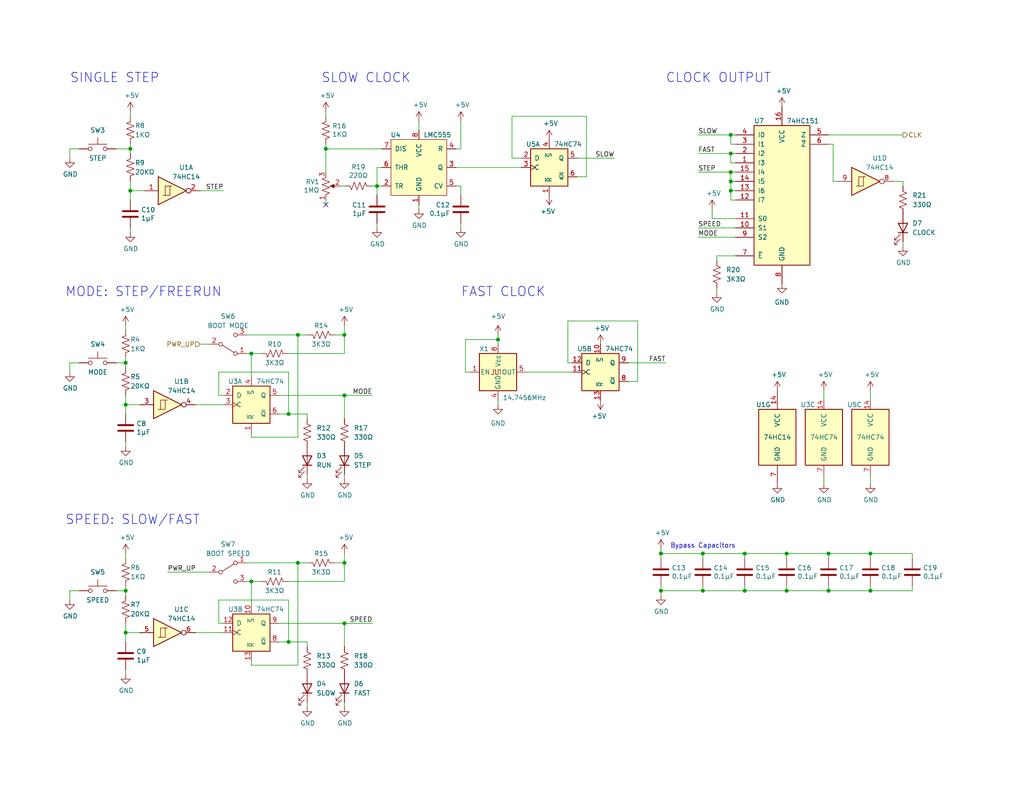
<source format=kicad_sch>
(kicad_sch (version 20211123) (generator eeschema)
  (paper "USLetter")
  (title_block (title "Selectable triple clock circuit") (date "2022-09-30") (rev "1.1") (company "Frederic Segard - aka: The Micro Hobbyist"))
  (lib_symbols
    (symbol "0_Z80_Library:LMC555" (pin_names (offset 1.016))
      (property "Reference" "U" (at -5.08 0 0))
      (property "Value" "LMC555" (at 1.27 0 0))
      (symbol "LMC555_0_1"
        (rectangle (start -7.62 -1.27) (end 7.62 -16.51) (fill (type background)))
      )
      (symbol "LMC555_1_1"
        (pin power_in line (at 0 -19.05 90) (length 2.54) (name "GND") (number "1"))
        (pin input line (at -10.16 -13.97 0) (length 2.54) (name "TR") (number "2"))
        (pin output line (at 10.16 -8.89 180) (length 2.54) (name "Q") (number "3"))
        (pin input line (at 10.16 -3.81 180) (length 2.54) (name "R") (number "4"))
        (pin input line (at 10.16 -13.97 180) (length 2.54) (name "CV") (number "5"))
        (pin input line (at -10.16 -8.89 0) (length 2.54) (name "THR") (number "6"))
        (pin input line (at -10.16 -3.81 0) (length 2.54) (name "DIS") (number "7"))
        (pin power_in line (at 0 1.27 270) (length 2.54) (name "VCC") (number "8"))
      )
    )
    (symbol "74xx:74HC14" (pin_names (offset 1.016))
      (property "Reference" "U" (at 0 1.27 0))
      (property "Value" "74HC14" (at 0 -1.27 0))
      (symbol "74HC14_1_0"
        (polyline (pts (xy -3.81 3.81) (xy -3.81 -3.81) (xy 3.81 0) (xy -3.81 3.81)) (stroke (width 0.254)) (fill (type background)))
        (pin input line (at -7.62 0 0) (length 3.81) (name "~") (number "1"))
        (pin output inverted (at 7.62 0 180) (length 3.81) (name "~") (number "2"))
      )
      (symbol "74HC14_1_1"
        (polyline (pts (xy -1.905 -1.27) (xy -1.905 1.27) (xy -0.635 1.27)))
        (polyline (pts (xy -2.54 -1.27) (xy -0.635 -1.27) (xy -0.635 1.27) (xy 0 1.27)))
      )
      (symbol "74HC14_2_0"
        (polyline (pts (xy -3.81 3.81) (xy -3.81 -3.81) (xy 3.81 0) (xy -3.81 3.81)) (stroke (width 0.254)) (fill (type background)))
        (pin input line (at -7.62 0 0) (length 3.81) (name "~") (number "3"))
        (pin output inverted (at 7.62 0 180) (length 3.81) (name "~") (number "4"))
      )
      (symbol "74HC14_2_1"
        (polyline (pts (xy -1.905 -1.27) (xy -1.905 1.27) (xy -0.635 1.27)))
        (polyline (pts (xy -2.54 -1.27) (xy -0.635 -1.27) (xy -0.635 1.27) (xy 0 1.27)))
      )
      (symbol "74HC14_3_0"
        (polyline (pts (xy -3.81 3.81) (xy -3.81 -3.81) (xy 3.81 0) (xy -3.81 3.81)) (stroke (width 0.254)) (fill (type background)))
        (pin input line (at -7.62 0 0) (length 3.81) (name "~") (number "5"))
        (pin output inverted (at 7.62 0 180) (length 3.81) (name "~") (number "6"))
      )
      (symbol "74HC14_3_1"
        (polyline (pts (xy -1.905 -1.27) (xy -1.905 1.27) (xy -0.635 1.27)))
        (polyline (pts (xy -2.54 -1.27) (xy -0.635 -1.27) (xy -0.635 1.27) (xy 0 1.27)))
      )
      (symbol "74HC14_4_0"
        (polyline (pts (xy -3.81 3.81) (xy -3.81 -3.81) (xy 3.81 0) (xy -3.81 3.81)) (stroke (width 0.254)) (fill (type background)))
        (pin output inverted (at 7.62 0 180) (length 3.81) (name "~") (number "8"))
        (pin input line (at -7.62 0 0) (length 3.81) (name "~") (number "9"))
      )
      (symbol "74HC14_4_1"
        (polyline (pts (xy -1.905 -1.27) (xy -1.905 1.27) (xy -0.635 1.27)))
        (polyline (pts (xy -2.54 -1.27) (xy -0.635 -1.27) (xy -0.635 1.27) (xy 0 1.27)))
      )
      (symbol "74HC14_5_0"
        (polyline (pts (xy -3.81 3.81) (xy -3.81 -3.81) (xy 3.81 0) (xy -3.81 3.81)) (stroke (width 0.254)) (fill (type background)))
        (pin output inverted (at 7.62 0 180) (length 3.81) (name "~") (number "10"))
        (pin input line (at -7.62 0 0) (length 3.81) (name "~") (number "11"))
      )
      (symbol "74HC14_5_1"
        (polyline (pts (xy -1.905 -1.27) (xy -1.905 1.27) (xy -0.635 1.27)))
        (polyline (pts (xy -2.54 -1.27) (xy -0.635 -1.27) (xy -0.635 1.27) (xy 0 1.27)))
      )
      (symbol "74HC14_6_0"
        (polyline (pts (xy -3.81 3.81) (xy -3.81 -3.81) (xy 3.81 0) (xy -3.81 3.81)) (stroke (width 0.254)) (fill (type background)))
        (pin output inverted (at 7.62 0 180) (length 3.81) (name "~") (number "12"))
        (pin input line (at -7.62 0 0) (length 3.81) (name "~") (number "13"))
      )
      (symbol "74HC14_6_1"
        (polyline (pts (xy -1.905 -1.27) (xy -1.905 1.27) (xy -0.635 1.27)))
        (polyline (pts (xy -2.54 -1.27) (xy -0.635 -1.27) (xy -0.635 1.27) (xy 0 1.27)))
      )
      (symbol "74HC14_7_0"
        (pin power_in line (at 0 12.7 270) (length 5.08) (name "VCC") (number "14"))
        (pin power_in line (at 0 -12.7 90) (length 5.08) (name "GND") (number "7"))
      )
      (symbol "74HC14_7_1"
        (rectangle (start -5.08 7.62) (end 5.08 -7.62) (stroke (width 0.254)) (fill (type background)))
      )
    )
    (symbol "74xx:74HC74" (pin_names (offset 1.016))
      (property "Reference" "U" (at -7.62 8.89 0))
      (property "Value" "74HC74" (at -7.62 -8.89 0))
      (symbol "74HC74_1_0"
        (pin input line (at 0 -7.62 90) (length 2.54) (name "~{R}") (number "1"))
        (pin input line (at -7.62 2.54 0) (length 2.54) (name "D") (number "2"))
        (pin input clock (at -7.62 0 0) (length 2.54) (name "C") (number "3"))
        (pin input line (at 0 7.62 270) (length 2.54) (name "~{S}") (number "4"))
        (pin output line (at 7.62 2.54 180) (length 2.54) (name "Q") (number "5"))
        (pin output line (at 7.62 -2.54 180) (length 2.54) (name "~{Q}") (number "6"))
      )
      (symbol "74HC74_1_1"
        (rectangle (start -5.08 5.08) (end 5.08 -5.08) (stroke (width 0.254)) (fill (type background)))
      )
      (symbol "74HC74_2_0"
        (pin input line (at 0 7.62 270) (length 2.54) (name "~{S}") (number "10"))
        (pin input clock (at -7.62 0 0) (length 2.54) (name "C") (number "11"))
        (pin input line (at -7.62 2.54 0) (length 2.54) (name "D") (number "12"))
        (pin input line (at 0 -7.62 90) (length 2.54) (name "~{R}") (number "13"))
        (pin output line (at 7.62 -2.54 180) (length 2.54) (name "~{Q}") (number "8"))
        (pin output line (at 7.62 2.54 180) (length 2.54) (name "Q") (number "9"))
      )
      (symbol "74HC74_2_1"
        (rectangle (start -5.08 5.08) (end 5.08 -5.08) (stroke (width 0.254)) (fill (type background)))
      )
      (symbol "74HC74_3_0"
        (pin power_in line (at 0 10.16 270) (length 2.54) (name "VCC") (number "14"))
        (pin power_in line (at 0 -10.16 90) (length 2.54) (name "GND") (number "7"))
      )
      (symbol "74HC74_3_1"
        (rectangle (start -5.08 7.62) (end 5.08 -7.62) (stroke (width 0.254)) (fill (type background)))
      )
    )
    (symbol "74xx:74LS151" (pin_names (offset 1.016))
      (property "Reference" "U" (at -7.62 19.05 0))
      (property "Value" "74LS151" (at -7.62 -21.59 0))
      (symbol "74LS151_1_0"
        (pin input line (at -12.7 7.62 0) (length 5.08) (name "I3") (number "1"))
        (pin input line (at -12.7 -10.16 0) (length 5.08) (name "S1") (number "10"))
        (pin input line (at -12.7 -7.62 0) (length 5.08) (name "S0") (number "11"))
        (pin input line (at -12.7 -2.54 0) (length 5.08) (name "I7") (number "12"))
        (pin input line (at -12.7 0 0) (length 5.08) (name "I6") (number "13"))
        (pin input line (at -12.7 2.54 0) (length 5.08) (name "I5") (number "14"))
        (pin input line (at -12.7 5.08 0) (length 5.08) (name "I4") (number "15"))
        (pin power_in line (at 0 22.86 270) (length 5.08) (name "VCC") (number "16"))
        (pin input line (at -12.7 10.16 0) (length 5.08) (name "I2") (number "2"))
        (pin input line (at -12.7 12.7 0) (length 5.08) (name "I1") (number "3"))
        (pin input line (at -12.7 15.24 0) (length 5.08) (name "I0") (number "4"))
        (pin output line (at 12.7 15.24 180) (length 5.08) (name "Z") (number "5"))
        (pin output line (at 12.7 12.7 180) (length 5.08) (name "~{Z}") (number "6"))
        (pin input line (at -12.7 -17.78 0) (length 5.08) (name "~{E}") (number "7"))
        (pin power_in line (at 0 -25.4 90) (length 5.08) (name "GND") (number "8"))
        (pin input line (at -12.7 -12.7 0) (length 5.08) (name "S2") (number "9"))
      )
      (symbol "74LS151_1_1"
        (rectangle (start -7.62 17.78) (end 7.62 -20.32) (stroke (width 0.254)) (fill (type background)))
      )
    )
    (symbol "Device:C" (pin_numbers hide) (pin_names (offset 0.254))
      (property "Reference" "C" (at 0.635 2.54 0))
      (property "Value" "C" (at 0.635 -2.54 0))
      (symbol "C_0_1"
        (polyline (pts (xy -2.032 -0.762) (xy 2.032 -0.762)) (stroke (width 0.508)))
        (polyline (pts (xy -2.032 0.762) (xy 2.032 0.762)) (stroke (width 0.508)))
      )
      (symbol "C_1_1"
        (pin passive line (at 0 3.81 270) (length 2.794) (name "~") (number "1"))
        (pin passive line (at 0 -3.81 90) (length 2.794) (name "~") (number "2"))
      )
    )
    (symbol "Device:LED" (pin_numbers hide) (pin_names (offset 1.016) hide)
      (property "Reference" "D" (at 0 2.54 0))
      (property "Value" "LED" (at 0 -2.54 0))
      (symbol "LED_0_1"
        (polyline (pts (xy -1.27 -1.27) (xy -1.27 1.27)) (stroke (width 0.254)))
        (polyline (pts (xy -1.27 0) (xy 1.27 0)))
        (polyline (pts (xy 1.27 -1.27) (xy 1.27 1.27) (xy -1.27 0) (xy 1.27 -1.27)) (stroke (width 0.254)))
        (polyline (pts (xy -3.048 -0.762) (xy -4.572 -2.286) (xy -3.81 -2.286) (xy -4.572 -2.286) (xy -4.572 -1.524)))
        (polyline (pts (xy -1.778 -0.762) (xy -3.302 -2.286) (xy -2.54 -2.286) (xy -3.302 -2.286) (xy -3.302 -1.524)))
      )
      (symbol "LED_1_1"
        (pin passive line (at -3.81 0 0) (length 2.54) (name "K") (number "1"))
        (pin passive line (at 3.81 0 180) (length 2.54) (name "A") (number "2"))
      )
    )
    (symbol "Device:R_Potentiometer_US" (pin_names (offset 1.016) hide)
      (property "Reference" "RV" (at -4.445 0 90))
      (property "Value" "R_Potentiometer_US" (at -2.54 0 90))
      (symbol "R_Potentiometer_US_0_1"
        (polyline (pts (xy 0 -2.286) (xy 0 -2.54)))
        (polyline (pts (xy 0 2.54) (xy 0 2.286)))
        (polyline (pts (xy 2.54 0) (xy 1.524 0)))
        (polyline (pts (xy 1.143 0) (xy 2.286 0.508) (xy 2.286 -0.508) (xy 1.143 0)) (fill (type outline)))
        (polyline (pts (xy 0 -0.762) (xy 1.016 -1.143) (xy 0 -1.524) (xy -1.016 -1.905) (xy 0 -2.286)))
        (polyline (pts (xy 0 0.762) (xy 1.016 0.381) (xy 0 0) (xy -1.016 -0.381) (xy 0 -0.762)))
        (polyline (pts (xy 0 2.286) (xy 1.016 1.905) (xy 0 1.524) (xy -1.016 1.143) (xy 0 0.762)))
      )
      (symbol "R_Potentiometer_US_1_1"
        (pin passive line (at 0 3.81 270) (length 1.27) (name "1") (number "1"))
        (pin passive line (at 3.81 0 180) (length 1.27) (name "2") (number "2"))
        (pin passive line (at 0 -3.81 90) (length 1.27) (name "3") (number "3"))
      )
    )
    (symbol "Device:R_US" (pin_numbers hide) (pin_names (offset 0))
      (property "Reference" "R" (at 2.54 0 90))
      (property "Value" "R_US" (at -2.54 0 90))
      (symbol "R_US_0_1"
        (polyline (pts (xy 0 -2.286) (xy 0 -2.54)))
        (polyline (pts (xy 0 2.286) (xy 0 2.54)))
        (polyline (pts (xy 0 -0.762) (xy 1.016 -1.143) (xy 0 -1.524) (xy -1.016 -1.905) (xy 0 -2.286)))
        (polyline (pts (xy 0 0.762) (xy 1.016 0.381) (xy 0 0) (xy -1.016 -0.381) (xy 0 -0.762)))
        (polyline (pts (xy 0 2.286) (xy 1.016 1.905) (xy 0 1.524) (xy -1.016 1.143) (xy 0 0.762)))
      )
      (symbol "R_US_1_1"
        (pin passive line (at 0 3.81 270) (length 1.27) (name "~") (number "1"))
        (pin passive line (at 0 -3.81 90) (length 1.27) (name "~") (number "2"))
      )
    )
    (symbol "Oscillator:CXO_DIP8" (pin_names (offset 0.254))
      (property "Reference" "X" (at -5.08 6.35 0))
      (property "Value" "CXO_DIP8" (at 1.27 -6.35 0))
      (symbol "CXO_DIP8_0_1"
        (rectangle (start -5.08 5.08) (end 5.08 -5.08) (stroke (width 0.254)) (fill (type background)))
        (polyline (pts (xy -1.905 -0.635) (xy -1.27 -0.635) (xy -1.27 0.635) (xy -0.635 0.635) (xy -0.635 -0.635) (xy 0 -0.635) (xy 0 0.635) (xy 0.635 0.635) (xy 0.635 -0.635)))
      )
      (symbol "CXO_DIP8_1_1"
        (pin input line (at -7.62 0 0) (length 2.54) (name "EN") (number "1"))
        (pin power_in line (at 0 -7.62 90) (length 2.54) (name "GND") (number "4"))
        (pin output line (at 7.62 0 180) (length 2.54) (name "OUT") (number "5"))
        (pin power_in line (at 0 7.62 270) (length 2.54) (name "Vcc") (number "8"))
      )
    )
    (symbol "Switch:SW_Push" (pin_numbers hide) (pin_names (offset 1.016) hide)
      (property "Reference" "SW" (at 1.27 2.54 0))
      (property "Value" "SW_Push" (at 0 -1.524 0))
      (symbol "SW_Push_0_1"
        (circle (center -2.032 0) (radius 0.508))
        (polyline (pts (xy 0 1.27) (xy 0 3.048)))
        (polyline (pts (xy 2.54 1.27) (xy -2.54 1.27)))
        (circle (center 2.032 0) (radius 0.508))
        (pin passive line (at -5.08 0 0) (length 2.54) (name "1") (number "1"))
        (pin passive line (at 5.08 0 180) (length 2.54) (name "2") (number "2"))
      )
    )
    (symbol "Switch:SW_SPDT" (pin_names (offset 0) hide)
      (property "Reference" "SW" (at 0 4.318 0))
      (property "Value" "SW_SPDT" (at 0 -5.08 0))
      (symbol "SW_SPDT_0_0"
        (circle (center -2.032 0) (radius 0.508))
        (circle (center 2.032 -2.54) (radius 0.508))
      )
      (symbol "SW_SPDT_0_1"
        (polyline (pts (xy -1.524 0.254) (xy 1.651 2.286)))
        (circle (center 2.032 2.54) (radius 0.508))
      )
      (symbol "SW_SPDT_1_1"
        (pin passive line (at 5.08 2.54 180) (length 2.54) (name "A") (number "1"))
        (pin passive line (at -5.08 0 0) (length 2.54) (name "B") (number "2"))
        (pin passive line (at 5.08 -2.54 180) (length 2.54) (name "C") (number "3"))
      )
    )
    (symbol "power:+5V" (power) (pin_names (offset 0))
      (property "Value" "+5V" (at 0 3.556 0))
      (symbol "+5V_0_1"
        (polyline (pts (xy -0.762 1.27) (xy 0 2.54)))
        (polyline (pts (xy 0 0) (xy 0 2.54)))
        (polyline (pts (xy 0 2.54) (xy 0.762 1.27)))
      )
      (symbol "+5V_1_1"
        (pin power_in line (at 0 0 90) (length 0) hide (name "+5V") (number "1"))
      )
    )
    (symbol "power:GND" (power) (pin_names (offset 0))
      (property "Value" "GND" (at 0 -3.81 0))
      (symbol "GND_0_1"
        (polyline (pts (xy 0 0) (xy 0 -1.27) (xy 1.27 -1.27) (xy 0 -2.54) (xy -1.27 -1.27) (xy 0 -1.27)))
      )
      (symbol "GND_1_1"
        (pin power_in line (at 0 0 270) (length 0) hide (name "GND") (number "1"))
      )
    )
  )
  (junction (at 180.34 161.29))
  (junction (at 237.49 161.29))
  (junction (at 34.29 110.49))
  (junction (at 203.2 161.29))
  (junction (at 199.39 36.83))
  (junction (at 88.9 40.64))
  (junction (at 199.39 41.91))
  (junction (at 226.06 161.29))
  (junction (at 180.34 151.13))
  (junction (at 191.77 161.29))
  (junction (at 93.98 91.44))
  (junction (at 78.74 113.03))
  (junction (at 135.89 92.71))
  (junction (at 199.39 49.53))
  (junction (at 203.2 151.13))
  (junction (at 35.56 40.64))
  (junction (at 199.39 46.99))
  (junction (at 93.98 170.18))
  (junction (at 199.39 52.07))
  (junction (at 93.98 153.67))
  (junction (at 34.29 161.29))
  (junction (at 214.63 161.29))
  (junction (at 102.87 50.8))
  (junction (at 93.98 107.95))
  (junction (at 78.74 175.26))
  (junction (at 237.49 151.13))
  (junction (at 68.58 96.52))
  (junction (at 34.29 172.72))
  (junction (at 191.77 151.13))
  (junction (at 35.56 52.07))
  (junction (at 81.28 91.44))
  (junction (at 81.28 153.67))
  (junction (at 68.58 158.75))
  (junction (at 214.63 151.13))
  (junction (at 34.29 99.06))
  (junction (at 226.06 151.13))
  (no_connect (at 88.9 55.88))
  (wire (pts (xy 34.29 160.02) (xy 34.29 161.29)))
  (wire (pts (xy 88.9 39.37) (xy 88.9 40.64)))
  (wire (pts (xy 34.29 97.79) (xy 34.29 99.06)))
  (wire (pts (xy 226.06 160.02) (xy 226.06 161.29)))
  (wire (pts (xy 59.69 107.95) (xy 60.96 107.95)))
  (wire (pts (xy 34.29 175.26) (xy 34.29 172.72)))
  (wire (pts (xy 227.33 49.53) (xy 227.33 39.37)))
  (wire (pts (xy 248.92 152.4) (xy 248.92 151.13)))
  (wire (pts (xy 88.9 30.48) (xy 88.9 31.75)))
  (wire (pts (xy 135.89 92.71) (xy 127 92.71)))
  (wire (pts (xy 81.28 181.61) (xy 68.58 181.61)))
  (wire (pts (xy 93.98 96.52) (xy 93.98 91.44)))
  (wire (pts (xy 53.34 110.49) (xy 60.96 110.49)))
  (wire (pts (xy 237.49 109.22) (xy 237.49 106.68)))
  (wire (pts (xy 127 92.71) (xy 127 101.6)))
  (wire (pts (xy 199.39 52.07) (xy 200.66 52.07)))
  (wire (pts (xy 157.48 43.18) (xy 167.64 43.18)))
  (wire (pts (xy 125.73 40.64) (xy 124.46 40.64)))
  (wire (pts (xy 203.2 160.02) (xy 203.2 161.29)))
  (wire (pts (xy 160.02 48.26) (xy 160.02 31.75)))
  (wire (pts (xy 59.69 170.18) (xy 60.96 170.18)))
  (wire (pts (xy 173.99 104.14) (xy 173.99 87.63)))
  (wire (pts (xy 125.73 33.02) (xy 125.73 40.64)))
  (wire (pts (xy 227.33 39.37) (xy 226.06 39.37)))
  (wire (pts (xy 60.96 52.07) (xy 54.61 52.07)))
  (wire (pts (xy 93.98 107.95) (xy 93.98 114.3)))
  (wire (pts (xy 83.82 129.54) (xy 83.82 130.81)))
  (wire (pts (xy 195.58 69.85) (xy 200.66 69.85)))
  (wire (pts (xy 35.56 40.64) (xy 35.56 41.91)))
  (wire (pts (xy 53.34 172.72) (xy 60.96 172.72)))
  (wire (pts (xy 190.5 64.77) (xy 200.66 64.77)))
  (wire (pts (xy 31.75 161.29) (xy 34.29 161.29)))
  (wire (pts (xy 93.98 107.95) (xy 101.6 107.95)))
  (wire (pts (xy 93.98 151.13) (xy 93.98 153.67)))
  (wire (pts (xy 68.58 158.75) (xy 71.12 158.75)))
  (wire (pts (xy 191.77 160.02) (xy 191.77 161.29)))
  (wire (pts (xy 180.34 161.29) (xy 180.34 162.56)))
  (wire (pts (xy 199.39 49.53) (xy 199.39 46.99)))
  (wire (pts (xy 67.31 91.44) (xy 81.28 91.44)))
  (wire (pts (xy 125.73 62.23) (xy 125.73 60.96)))
  (wire (pts (xy 34.29 113.03) (xy 34.29 110.49)))
  (wire (pts (xy 78.74 96.52) (xy 93.98 96.52)))
  (wire (pts (xy 135.89 92.71) (xy 135.89 93.98)))
  (wire (pts (xy 200.66 44.45) (xy 199.39 44.45)))
  (wire (pts (xy 81.28 91.44) (xy 83.82 91.44)))
  (wire (pts (xy 54.61 93.98) (xy 57.15 93.98)))
  (wire (pts (xy 199.39 36.83) (xy 200.66 36.83)))
  (wire (pts (xy 102.87 50.8) (xy 102.87 45.72)))
  (wire (pts (xy 194.31 57.15) (xy 194.31 59.69)))
  (wire (pts (xy 21.59 40.64) (xy 19.05 40.64)))
  (wire (pts (xy 68.58 158.75) (xy 67.31 158.75)))
  (wire (pts (xy 180.34 161.29) (xy 191.77 161.29)))
  (wire (pts (xy 195.58 78.74) (xy 195.58 80.01)))
  (wire (pts (xy 139.7 43.18) (xy 142.24 43.18)))
  (wire (pts (xy 246.38 49.53) (xy 246.38 50.8)))
  (wire (pts (xy 199.39 52.07) (xy 199.39 49.53)))
  (wire (pts (xy 34.29 107.95) (xy 34.29 110.49)))
  (wire (pts (xy 76.2 107.95) (xy 93.98 107.95)))
  (wire (pts (xy 34.29 120.65) (xy 34.29 121.92)))
  (wire (pts (xy 135.89 110.49) (xy 135.89 109.22)))
  (wire (pts (xy 35.56 62.23) (xy 35.56 63.5)))
  (wire (pts (xy 248.92 160.02) (xy 248.92 161.29)))
  (wire (pts (xy 203.2 151.13) (xy 191.77 151.13)))
  (wire (pts (xy 81.28 153.67) (xy 83.82 153.67)))
  (wire (pts (xy 214.63 152.4) (xy 214.63 151.13)))
  (wire (pts (xy 125.73 50.8) (xy 125.73 53.34)))
  (wire (pts (xy 34.29 99.06) (xy 34.29 100.33)))
  (wire (pts (xy 226.06 36.83) (xy 246.38 36.83)))
  (wire (pts (xy 81.28 119.38) (xy 68.58 119.38)))
  (wire (pts (xy 124.46 50.8) (xy 125.73 50.8)))
  (wire (pts (xy 34.29 161.29) (xy 34.29 162.56)))
  (wire (pts (xy 31.75 40.64) (xy 35.56 40.64)))
  (wire (pts (xy 88.9 40.64) (xy 88.9 46.99)))
  (wire (pts (xy 78.74 163.83) (xy 59.69 163.83)))
  (wire (pts (xy 93.98 170.18) (xy 101.6 170.18)))
  (wire (pts (xy 93.98 88.9) (xy 93.98 91.44)))
  (wire (pts (xy 157.48 48.26) (xy 160.02 48.26)))
  (wire (pts (xy 93.98 158.75) (xy 93.98 153.67)))
  (wire (pts (xy 83.82 175.26) (xy 78.74 175.26)))
  (wire (pts (xy 68.58 181.61) (xy 68.58 180.34)))
  (wire (pts (xy 190.5 62.23) (xy 200.66 62.23)))
  (wire (pts (xy 226.06 151.13) (xy 214.63 151.13)))
  (wire (pts (xy 114.3 35.56) (xy 114.3 33.02)))
  (wire (pts (xy 237.49 161.29) (xy 248.92 161.29)))
  (wire (pts (xy 78.74 101.6) (xy 59.69 101.6)))
  (wire (pts (xy 67.31 153.67) (xy 81.28 153.67)))
  (wire (pts (xy 35.56 39.37) (xy 35.56 40.64)))
  (wire (pts (xy 243.84 49.53) (xy 246.38 49.53)))
  (wire (pts (xy 171.45 99.06) (xy 181.61 99.06)))
  (wire (pts (xy 68.58 119.38) (xy 68.58 118.11)))
  (wire (pts (xy 93.98 193.04) (xy 93.98 191.77)))
  (wire (pts (xy 173.99 87.63) (xy 154.94 87.63)))
  (wire (pts (xy 83.82 114.3) (xy 83.82 113.03)))
  (wire (pts (xy 78.74 158.75) (xy 93.98 158.75)))
  (wire (pts (xy 88.9 40.64) (xy 104.14 40.64)))
  (wire (pts (xy 92.71 50.8) (xy 93.98 50.8)))
  (wire (pts (xy 246.38 67.31) (xy 246.38 66.04)))
  (wire (pts (xy 180.34 151.13) (xy 180.34 152.4)))
  (wire (pts (xy 224.79 129.54) (xy 224.79 132.08)))
  (wire (pts (xy 93.98 91.44) (xy 91.44 91.44)))
  (wire (pts (xy 228.6 49.53) (xy 227.33 49.53)))
  (wire (pts (xy 224.79 109.22) (xy 224.79 106.68)))
  (wire (pts (xy 102.87 45.72) (xy 104.14 45.72)))
  (wire (pts (xy 237.49 160.02) (xy 237.49 161.29)))
  (wire (pts (xy 180.34 160.02) (xy 180.34 161.29)))
  (wire (pts (xy 191.77 151.13) (xy 180.34 151.13)))
  (wire (pts (xy 104.14 50.8) (xy 102.87 50.8)))
  (wire (pts (xy 154.94 87.63) (xy 154.94 99.06)))
  (wire (pts (xy 135.89 91.44) (xy 135.89 92.71)))
  (wire (pts (xy 214.63 160.02) (xy 214.63 161.29)))
  (wire (pts (xy 200.66 54.61) (xy 199.39 54.61)))
  (wire (pts (xy 59.69 101.6) (xy 59.69 107.95)))
  (wire (pts (xy 34.29 110.49) (xy 38.1 110.49)))
  (wire (pts (xy 93.98 130.81) (xy 93.98 129.54)))
  (wire (pts (xy 34.29 88.9) (xy 34.29 90.17)))
  (wire (pts (xy 78.74 101.6) (xy 78.74 113.03)))
  (wire (pts (xy 34.29 151.13) (xy 34.29 152.4)))
  (wire (pts (xy 34.29 170.18) (xy 34.29 172.72)))
  (wire (pts (xy 248.92 151.13) (xy 237.49 151.13)))
  (wire (pts (xy 81.28 91.44) (xy 81.28 119.38)))
  (wire (pts (xy 21.59 161.29) (xy 19.05 161.29)))
  (wire (pts (xy 200.66 59.69) (xy 194.31 59.69)))
  (wire (pts (xy 195.58 69.85) (xy 195.58 71.12)))
  (wire (pts (xy 124.46 45.72) (xy 142.24 45.72)))
  (wire (pts (xy 160.02 31.75) (xy 139.7 31.75)))
  (wire (pts (xy 76.2 170.18) (xy 93.98 170.18)))
  (wire (pts (xy 200.66 39.37) (xy 199.39 39.37)))
  (wire (pts (xy 83.82 113.03) (xy 78.74 113.03)))
  (wire (pts (xy 83.82 191.77) (xy 83.82 193.04)))
  (wire (pts (xy 35.56 52.07) (xy 39.37 52.07)))
  (wire (pts (xy 68.58 96.52) (xy 67.31 96.52)))
  (wire (pts (xy 21.59 99.06) (xy 19.05 99.06)))
  (wire (pts (xy 226.06 161.29) (xy 237.49 161.29)))
  (wire (pts (xy 68.58 165.1) (xy 68.58 158.75)))
  (wire (pts (xy 35.56 30.48) (xy 35.56 31.75)))
  (wire (pts (xy 19.05 40.64) (xy 19.05 43.18)))
  (wire (pts (xy 93.98 153.67) (xy 91.44 153.67)))
  (wire (pts (xy 35.56 54.61) (xy 35.56 52.07)))
  (wire (pts (xy 199.39 49.53) (xy 200.66 49.53)))
  (wire (pts (xy 34.29 182.88) (xy 34.29 184.15)))
  (wire (pts (xy 203.2 161.29) (xy 214.63 161.29)))
  (wire (pts (xy 191.77 161.29) (xy 203.2 161.29)))
  (wire (pts (xy 102.87 53.34) (xy 102.87 50.8)))
  (wire (pts (xy 180.34 149.86) (xy 180.34 151.13)))
  (wire (pts (xy 199.39 39.37) (xy 199.39 36.83)))
  (wire (pts (xy 199.39 46.99) (xy 190.5 46.99)))
  (wire (pts (xy 199.39 41.91) (xy 190.5 41.91)))
  (wire (pts (xy 199.39 44.45) (xy 199.39 41.91)))
  (wire (pts (xy 199.39 46.99) (xy 200.66 46.99)))
  (wire (pts (xy 199.39 36.83) (xy 190.5 36.83)))
  (wire (pts (xy 83.82 176.53) (xy 83.82 175.26)))
  (wire (pts (xy 154.94 99.06) (xy 156.21 99.06)))
  (wire (pts (xy 34.29 172.72) (xy 38.1 172.72)))
  (wire (pts (xy 45.72 156.21) (xy 57.15 156.21)))
  (wire (pts (xy 19.05 99.06) (xy 19.05 101.6)))
  (wire (pts (xy 214.63 151.13) (xy 203.2 151.13)))
  (wire (pts (xy 19.05 161.29) (xy 19.05 163.83)))
  (wire (pts (xy 203.2 152.4) (xy 203.2 151.13)))
  (wire (pts (xy 127 101.6) (xy 128.27 101.6)))
  (wire (pts (xy 78.74 113.03) (xy 76.2 113.03)))
  (wire (pts (xy 237.49 129.54) (xy 237.49 132.08)))
  (wire (pts (xy 199.39 41.91) (xy 200.66 41.91)))
  (wire (pts (xy 237.49 151.13) (xy 226.06 151.13)))
  (wire (pts (xy 31.75 99.06) (xy 34.29 99.06)))
  (wire (pts (xy 81.28 153.67) (xy 81.28 181.61)))
  (wire (pts (xy 226.06 152.4) (xy 226.06 151.13)))
  (wire (pts (xy 78.74 175.26) (xy 76.2 175.26)))
  (wire (pts (xy 143.51 101.6) (xy 156.21 101.6)))
  (wire (pts (xy 59.69 163.83) (xy 59.69 170.18)))
  (wire (pts (xy 102.87 62.23) (xy 102.87 60.96)))
  (wire (pts (xy 214.63 161.29) (xy 226.06 161.29)))
  (wire (pts (xy 139.7 31.75) (xy 139.7 43.18)))
  (wire (pts (xy 114.3 57.15) (xy 114.3 55.88)))
  (wire (pts (xy 93.98 170.18) (xy 93.98 176.53)))
  (wire (pts (xy 171.45 104.14) (xy 173.99 104.14)))
  (wire (pts (xy 237.49 152.4) (xy 237.49 151.13)))
  (wire (pts (xy 88.9 54.61) (xy 88.9 55.88)))
  (wire (pts (xy 68.58 102.87) (xy 68.58 96.52)))
  (wire (pts (xy 102.87 50.8) (xy 101.6 50.8)))
  (wire (pts (xy 191.77 152.4) (xy 191.77 151.13)))
  (wire (pts (xy 68.58 96.52) (xy 71.12 96.52)))
  (wire (pts (xy 35.56 49.53) (xy 35.56 52.07)))
  (wire (pts (xy 78.74 163.83) (xy 78.74 175.26)))
  (wire (pts (xy 199.39 54.61) (xy 199.39 52.07)))
  (text "SLOW CLOCK" (at 87.63 22.86 0) (effects (font (size 2.54 2.54)) (justify left bottom)))
  (text "SPEED: SLOW/FAST" (at 17.78 143.51 0) (effects (font (size 2.54 2.54)) (justify left bottom)))
  (text "Bypass Capacitors" (at 182.88 149.86 0) (effects (font (size 1.27 1.27)) (justify left bottom)))
  (text "MODE: STEP/FREERUN" (at 17.78 81.28 0) (effects (font (size 2.54 2.54)) (justify left bottom)))
  (text "FAST CLOCK" (at 125.73 81.28 0) (effects (font (size 2.54 2.54)) (justify left bottom)))
  (text "CLOCK OUTPUT" (at 181.61 22.86 0) (effects (font (size 2.54 2.54)) (justify left bottom)))
  (text "SINGLE STEP" (at 19.05 22.86 0) (effects (font (size 2.54 2.54)) (justify left bottom)))
  (label "STEP" (at 60.96 52.07 180))
  (label "MODE" (at 190.5 64.77 0))
  (label "FAST" (at 181.61 99.06 180))
  (label "SLOW" (at 190.5 36.83 0))
  (label "MODE" (at 101.6 107.95 180))
  (label "FAST" (at 190.5 41.91 0))
  (label "SPEED" (at 190.5 62.23 0))
  (label "STEP" (at 190.5 46.99 0))
  (label "PWR_UP" (at 45.72 156.21 0))
  (label "SPEED" (at 101.6 170.18 180))
  (label "SLOW" (at 167.64 43.18 180))
  (hierarchical_label "CLK" (shape output) (at 246.38 36.83 0))
  (hierarchical_label "PWR_UP" (shape input) (at 54.61 93.98 180))
  (symbol (lib_id "Device:R_US") (at 88.9 35.56 0) (mirror y) (unit 1)
    (property "Reference" "R16" (at 90.6272 34.3916 0) (effects (justify right)))
    (property "Value" "1KΩ" (at 90.6272 36.703 0) (effects (justify right)))
    (property "Footprint" "Resistor_THT:R_Axial_DIN0207_L6.3mm_D2.5mm_P7.62mm_Horizontal" (effects hide))
  )
  (symbol (lib_id "power:+5V") (at 88.9 30.48 0) (unit 1)
    (property "Reference" "#PWR021" (effects hide))
    (property "Value" "+5V" (at 89.281 26.0858 0))
  )
  (symbol (lib_id "power:+5V") (at 114.3 33.02 0) (unit 1)
    (property "Reference" "#PWR027" (effects hide))
    (property "Value" "+5V" (at 114.681 28.6258 0))
  )
  (symbol (lib_id "power:GND") (at 114.3 57.15 0) (unit 1)
    (property "Reference" "#PWR028" (effects hide))
    (property "Value" "GND" (at 114.427 61.5442 0))
  )
  (symbol (lib_id "74xx:74HC74") (at 149.86 45.72 0) (unit 1)
    (property "Reference" "U5" (at 143.51 39.37 0) (effects (justify left)))
    (property "Value" "74HC74" (at 151.13 39.37 0) (effects (justify left)))
    (property "Footprint" "Package_DIP:DIP-14_W7.62mm_Socket" (effects hide))
    (property "Datasheet" "74xx/74hc_hct74.pdf" (effects hide))
  )
  (symbol (lib_id "power:+5V") (at 149.86 38.1 0) (unit 1)
    (property "Reference" "#PWR041" (effects hide))
    (property "Value" "+5V" (at 150.241 33.7058 0))
  )
  (symbol (lib_id "74xx:74HC74") (at 224.79 119.38 0) (unit 3)
    (property "Reference" "U3" (at 218.44 110.49 0) (effects (justify left)))
    (property "Value" "74HC74" (at 220.98 119.38 0) (effects (justify left)))
    (property "Footprint" "Package_DIP:DIP-14_W7.62mm_Socket" (effects hide))
    (property "Datasheet" "74xx/74hc_hct74.pdf" (effects hide))
  )
  (symbol (lib_id "power:+5V") (at 224.79 106.68 0) (unit 1)
    (property "Reference" "#PWR036" (effects hide))
    (property "Value" "+5V" (at 225.171 102.2858 0))
  )
  (symbol (lib_id "power:GND") (at 224.79 132.08 0) (unit 1)
    (property "Reference" "#PWR037" (effects hide))
    (property "Value" "GND" (at 224.917 136.4742 0))
  )
  (symbol (lib_id "Device:C") (at 125.73 57.15 0) (mirror y) (unit 1)
    (property "Reference" "C12" (at 122.809 55.9816 0) (effects (justify left)))
    (property "Value" "0.1µF" (at 122.809 58.293 0) (effects (justify left)))
    (property "Footprint" "Capacitor_THT:C_Disc_D3.0mm_W1.6mm_P2.50mm" (effects hide))
  )
  (symbol (lib_id "Device:R_US") (at 97.79 50.8 90) (mirror x) (unit 1)
    (property "Reference" "R19" (at 97.79 45.593 90))
    (property "Value" "220Ω" (at 97.79 47.9044 90))
    (property "Footprint" "Resistor_THT:R_Axial_DIN0207_L6.3mm_D2.5mm_P7.62mm_Horizontal" (effects hide))
  )
  (symbol (lib_id "0_Z80_Library:LMC555") (at 114.3 36.83 0) (unit 1)
    (property "Reference" "U4" (at 107.95 36.83 0))
    (property "Value" "LMC555" (at 119.38 36.83 0))
    (property "Footprint" "Package_DIP:DIP-8_W7.62mm_Socket" (effects hide))
  )
  (symbol (lib_id "power:+5V") (at 125.73 33.02 0) (unit 1)
    (property "Reference" "#PWR034" (effects hide))
    (property "Value" "+5V" (at 126.111 28.6258 0))
  )
  (symbol (lib_id "power:GND") (at 102.87 62.23 0) (unit 1)
    (property "Reference" "#PWR026" (effects hide))
    (property "Value" "GND" (at 102.997 66.6242 0))
  )
  (symbol (lib_id "power:GND") (at 125.73 62.23 0) (unit 1)
    (property "Reference" "#PWR035" (effects hide))
    (property "Value" "GND" (at 125.857 66.6242 0))
  )
  (symbol (lib_id "Device:R_Potentiometer_US") (at 88.9 50.8 0) (mirror x) (unit 1)
    (property "Reference" "RV1" (at 87.1728 49.6316 0) (effects (justify right)))
    (property "Value" "1MΩ" (at 87.1728 51.943 0) (effects (justify right)))
    (property "Footprint" "Potentiometer_THT:Potentiometer_Bourns_3386P_Vertical" (effects hide))
  )
  (symbol (lib_id "power:+5V") (at 149.86 53.34 180) (unit 1)
    (property "Reference" "#PWR042" (effects hide))
    (property "Value" "+5V" (at 149.479 57.7342 0))
  )
  (symbol (lib_id "Device:C") (at 102.87 57.15 0) (mirror y) (unit 1)
    (property "Reference" "C11" (at 99.949 55.9816 0) (effects (justify left)))
    (property "Value" "1µF" (at 99.949 58.293 0) (effects (justify left)))
    (property "Footprint" "Capacitor_THT:C_Disc_D3.0mm_W1.6mm_P2.50mm" (effects hide))
  )
  (symbol (lib_id "power:+5V") (at 34.29 151.13 0) (unit 1)
    (property "Reference" "#PWR015" (effects hide))
    (property "Value" "+5V" (at 34.671 146.7358 0))
  )
  (symbol (lib_id "power:+5V") (at 163.83 93.98 0) (unit 1)
    (property "Reference" "#PWR047" (effects hide))
    (property "Value" "+5V" (at 164.211 89.5858 0))
  )
  (symbol (lib_id "Device:R_US") (at 34.29 166.37 0) (mirror x) (unit 1)
    (property "Reference" "R7" (at 35.56 165.1 0) (effects (justify left)))
    (property "Value" "20KΩ" (at 35.56 167.64 0) (effects (justify left)))
    (property "Footprint" "Resistor_THT:R_Axial_DIN0207_L6.3mm_D2.5mm_P7.62mm_Horizontal" (effects hide))
  )
  (symbol (lib_id "power:GND") (at 34.29 121.92 0) (unit 1)
    (property "Reference" "#PWR014" (effects hide))
    (property "Value" "GND" (at 34.417 126.3142 0))
  )
  (symbol (lib_id "power:GND") (at 237.49 132.08 0) (unit 1)
    (property "Reference" "#PWR040" (effects hide))
    (property "Value" "GND" (at 237.617 136.4742 0))
  )
  (symbol (lib_id "Device:R_US") (at 83.82 118.11 0) (unit 1)
    (property "Reference" "R12" (at 86.36 116.84 0) (effects (justify left)))
    (property "Value" "330Ω" (at 86.36 119.38 0) (effects (justify left)))
    (property "Footprint" "Resistor_THT:R_Axial_DIN0207_L6.3mm_D2.5mm_P10.16mm_Horizontal" (effects hide))
  )
  (symbol (lib_id "Device:R_US") (at 93.98 118.11 0) (unit 1)
    (property "Reference" "R17" (at 96.52 116.84 0) (effects (justify left)))
    (property "Value" "330Ω" (at 96.52 119.38 0) (effects (justify left)))
    (property "Footprint" "Resistor_THT:R_Axial_DIN0207_L6.3mm_D2.5mm_P10.16mm_Horizontal" (effects hide))
  )
  (symbol (lib_id "power:GND") (at 212.09 132.08 0) (unit 1)
    (property "Reference" "#PWR031" (effects hide))
    (property "Value" "GND" (at 212.217 136.4742 0))
  )
  (symbol (lib_id "power:GND") (at 246.38 67.31 0) (unit 1)
    (property "Reference" "#PWR053" (effects hide))
    (property "Value" "GND" (at 246.507 71.7042 0))
  )
  (symbol (lib_id "power:+5V") (at 34.29 88.9 0) (unit 1)
    (property "Reference" "#PWR013" (effects hide))
    (property "Value" "+5V" (at 34.671 84.5058 0))
  )
  (symbol (lib_id "Device:R_US") (at 34.29 93.98 0) (mirror y) (unit 1)
    (property "Reference" "R4" (at 35.56 92.71 0) (effects (justify right)))
    (property "Value" "1KΩ" (at 35.56 95.25 0) (effects (justify right)))
    (property "Footprint" "Resistor_THT:R_Axial_DIN0207_L6.3mm_D2.5mm_P7.62mm_Horizontal" (effects hide))
  )
  (symbol (lib_id "power:+5V") (at 194.31 57.15 0) (unit 1)
    (property "Reference" "#PWR049" (effects hide))
    (property "Value" "+5V" (at 194.691 52.7558 0))
  )
  (symbol (lib_id "power:GND") (at 180.34 162.56 0) (unit 1)
    (property "Reference" "#PWR046" (effects hide))
    (property "Value" "GND" (at 180.467 166.9542 0))
  )
  (symbol (lib_id "power:GND") (at 195.58 80.01 0) (unit 1)
    (property "Reference" "#PWR050" (effects hide))
    (property "Value" "GND" (at 195.707 84.4042 0))
  )
  (symbol (lib_id "power:GND") (at 19.05 43.18 0) (unit 1)
    (property "Reference" "#PWR010" (effects hide))
    (property "Value" "GND" (at 19.177 47.5742 0))
  )
  (symbol (lib_id "Device:C") (at 214.63 156.21 0) (unit 1)
    (property "Reference" "C16" (at 217.551 155.0416 0) (effects (justify left)))
    (property "Value" "0.1µF" (at 217.551 157.353 0) (effects (justify left)))
    (property "Footprint" "Capacitor_THT:C_Disc_D3.0mm_W1.6mm_P2.50mm" (effects hide))
  )
  (symbol (lib_id "Oscillator:CXO_DIP8") (at 135.89 101.6 0) (unit 1)
    (property "Reference" "X1" (at 132.08 95.25 0))
    (property "Value" "14.7456MHz" (at 137.16 108.585 0) (effects (justify left)))
    (property "Footprint" "Oscillator:Oscillator_DIP-8" (effects hide))
    (property "Datasheet" "http://cdn-reichelt.de/documents/datenblatt/B400/OSZI.pdf" (effects hide))
  )
  (symbol (lib_id "Switch:SW_SPDT") (at 62.23 156.21 0) (unit 1)
    (property "Reference" "SW7" (at 62.23 148.59 0))
    (property "Value" "BOOT SPEED" (at 62.23 151.13 0))
  )
  (symbol (lib_id "Device:LED") (at 246.38 62.23 270) (mirror x) (unit 1)
    (property "Reference" "D7" (at 248.92 60.96 90) (effects (justify left)))
    (property "Value" "CLOCK" (at 248.92 63.5 90) (effects (justify left)))
    (property "Footprint" "LED_THT:LED_D3.0mm" (effects hide))
  )
  (symbol (lib_id "Device:R_US") (at 87.63 153.67 90) (mirror x) (unit 1)
    (property "Reference" "R15" (at 87.63 151.13 90))
    (property "Value" "3K3Ω" (at 87.63 156.21 90))
    (property "Footprint" "Resistor_THT:R_Axial_DIN0207_L6.3mm_D2.5mm_P7.62mm_Horizontal" (effects hide))
  )
  (symbol (lib_id "power:+5V") (at 163.83 109.22 180) (unit 1)
    (property "Reference" "#PWR048" (effects hide))
    (property "Value" "+5V" (at 163.449 113.6142 0))
  )
  (symbol (lib_id "Switch:SW_Push") (at 26.67 99.06 0) (mirror y) (unit 1)
    (property "Reference" "SW4" (at 26.67 93.98 0))
    (property "Value" "MODE" (at 26.67 101.6 0))
    (property "Footprint" "Button_Switch_THT:SW_PUSH_6mm" (effects hide))
  )
  (symbol (lib_id "74xx:74LS151") (at 213.36 52.07 0) (unit 1)
    (property "Reference" "U7" (at 205.74 33.02 0) (effects (justify left)))
    (property "Value" "74HC151" (at 214.63 33.02 0) (effects (justify left)))
    (property "Datasheet" "http://www.ti.com/lit/gpn/sn74LS151" (effects hide))
  )
  (symbol (lib_id "Device:R_US") (at 34.29 104.14 0) (mirror x) (unit 1)
    (property "Reference" "R5" (at 35.56 102.87 0) (effects (justify left)))
    (property "Value" "20KΩ" (at 35.56 105.41 0) (effects (justify left)))
    (property "Footprint" "Resistor_THT:R_Axial_DIN0207_L6.3mm_D2.5mm_P7.62mm_Horizontal" (effects hide))
  )
  (symbol (lib_id "74xx:74HC14") (at 212.09 119.38 0) (unit 7)
    (property "Reference" "U1" (at 208.28 110.49 0))
    (property "Value" "74HC14" (at 212.09 119.38 0))
    (property "Footprint" "Package_DIP:DIP-14_W7.62mm_Socket" (effects hide))
    (property "Datasheet" "http://www.ti.com/lit/gpn/sn74HC14" (effects hide))
  )
  (symbol (lib_id "power:+5V") (at 212.09 106.68 0) (unit 1)
    (property "Reference" "#PWR030" (effects hide))
    (property "Value" "+5V" (at 212.471 102.2858 0))
  )
  (symbol (lib_id "Device:C") (at 237.49 156.21 0) (unit 1)
    (property "Reference" "C18" (at 240.411 155.0416 0) (effects (justify left)))
    (property "Value" "0.1µF" (at 240.411 157.353 0) (effects (justify left)))
    (property "Footprint" "Capacitor_THT:C_Disc_D3.0mm_W1.6mm_P2.50mm" (effects hide))
  )
  (symbol (lib_id "power:+5V") (at 237.49 106.68 0) (unit 1)
    (property "Reference" "#PWR039" (effects hide))
    (property "Value" "+5V" (at 237.871 102.2858 0))
  )
  (symbol (lib_id "Device:R_US") (at 35.56 45.72 0) (mirror x) (unit 1)
    (property "Reference" "R9" (at 36.83 44.45 0) (effects (justify left)))
    (property "Value" "20KΩ" (at 36.83 46.99 0) (effects (justify left)))
    (property "Footprint" "Resistor_THT:R_Axial_DIN0207_L6.3mm_D2.5mm_P7.62mm_Horizontal" (effects hide))
  )
  (symbol (lib_id "power:GND") (at 35.56 63.5 0) (unit 1)
    (property "Reference" "#PWR018" (effects hide))
    (property "Value" "GND" (at 35.687 67.8942 0))
  )
  (symbol (lib_id "power:GND") (at 93.98 130.81 0) (unit 1)
    (property "Reference" "#PWR023" (effects hide))
    (property "Value" "GND" (at 94.107 135.2042 0))
  )
  (symbol (lib_id "Device:R_US") (at 246.38 54.61 0) (unit 1)
    (property "Reference" "R21" (at 248.92 53.34 0) (effects (justify left)))
    (property "Value" "330Ω" (at 248.92 55.88 0) (effects (justify left)))
    (property "Footprint" "Resistor_THT:R_Axial_DIN0207_L6.3mm_D2.5mm_P10.16mm_Horizontal" (effects hide))
  )
  (symbol (lib_id "power:GND") (at 93.98 193.04 0) (unit 1)
    (property "Reference" "#PWR025" (effects hide))
    (property "Value" "GND" (at 94.107 197.4342 0))
  )
  (symbol (lib_id "Device:R_US") (at 87.63 91.44 90) (mirror x) (unit 1)
    (property "Reference" "R14" (at 87.63 88.9 90))
    (property "Value" "3K3Ω" (at 87.63 93.98 90))
    (property "Footprint" "Resistor_THT:R_Axial_DIN0207_L6.3mm_D2.5mm_P7.62mm_Horizontal" (effects hide))
  )
  (symbol (lib_id "Device:C") (at 180.34 156.21 0) (unit 1)
    (property "Reference" "C13" (at 183.261 155.0416 0) (effects (justify left)))
    (property "Value" "0.1µF" (at 183.261 157.353 0) (effects (justify left)))
    (property "Footprint" "Capacitor_THT:C_Disc_D3.0mm_W1.6mm_P2.50mm" (effects hide))
  )
  (symbol (lib_id "Device:C") (at 226.06 156.21 0) (unit 1)
    (property "Reference" "C17" (at 228.981 155.0416 0) (effects (justify left)))
    (property "Value" "0.1µF" (at 228.981 157.353 0) (effects (justify left)))
    (property "Footprint" "Capacitor_THT:C_Disc_D3.0mm_W1.6mm_P2.50mm" (effects hide))
  )
  (symbol (lib_id "power:+5V") (at 35.56 30.48 0) (unit 1)
    (property "Reference" "#PWR017" (effects hide))
    (property "Value" "+5V" (at 35.941 26.0858 0))
  )
  (symbol (lib_id "Device:C") (at 34.29 116.84 0) (unit 1)
    (property "Reference" "C8" (at 37.211 115.6716 0) (effects (justify left)))
    (property "Value" "1µF" (at 37.211 117.983 0) (effects (justify left)))
    (property "Footprint" "Capacitor_THT:C_Disc_D3.0mm_W1.6mm_P2.50mm" (effects hide))
  )
  (symbol (lib_id "Device:R_US") (at 35.56 35.56 0) (mirror y) (unit 1)
    (property "Reference" "R8" (at 36.83 34.29 0) (effects (justify right)))
    (property "Value" "1KΩ" (at 36.83 36.83 0) (effects (justify right)))
    (property "Footprint" "Resistor_THT:R_Axial_DIN0207_L6.3mm_D2.5mm_P7.62mm_Horizontal" (effects hide))
  )
  (symbol (lib_id "Device:R_US") (at 93.98 180.34 0) (unit 1)
    (property "Reference" "R18" (at 96.52 179.07 0) (effects (justify left)))
    (property "Value" "330Ω" (at 96.52 181.61 0) (effects (justify left)))
    (property "Footprint" "Resistor_THT:R_Axial_DIN0207_L6.3mm_D2.5mm_P10.16mm_Horizontal" (effects hide))
  )
  (symbol (lib_id "Device:LED") (at 83.82 187.96 270) (mirror x) (unit 1)
    (property "Reference" "D4" (at 86.36 186.69 90) (effects (justify left)))
    (property "Value" "SLOW" (at 86.36 189.23 90) (effects (justify left)))
    (property "Footprint" "LED_THT:LED_D3.0mm" (effects hide))
  )
  (symbol (lib_id "power:+5V") (at 180.34 149.86 0) (unit 1)
    (property "Reference" "#PWR045" (effects hide))
    (property "Value" "+5V" (at 180.721 145.4658 0))
  )
  (symbol (lib_id "Switch:SW_Push") (at 26.67 161.29 0) (mirror y) (unit 1)
    (property "Reference" "SW5" (at 26.67 156.21 0))
    (property "Value" "SPEED" (at 26.67 163.83 0))
    (property "Footprint" "Button_Switch_THT:SW_PUSH_6mm" (effects hide))
  )
  (symbol (lib_id "power:+5V") (at 135.89 91.44 0) (unit 1)
    (property "Reference" "#PWR032" (effects hide))
    (property "Value" "+5V" (at 135.89 86.36 0))
  )
  (symbol (lib_id "Switch:SW_Push") (at 26.67 40.64 0) (mirror y) (unit 1)
    (property "Reference" "SW3" (at 26.67 35.56 0))
    (property "Value" "STEP" (at 26.67 43.18 0))
    (property "Footprint" "Button_Switch_THT:SW_PUSH_6mm" (effects hide))
  )
  (symbol (lib_id "Device:R_US") (at 74.93 158.75 90) (mirror x) (unit 1)
    (property "Reference" "R11" (at 74.93 156.21 90))
    (property "Value" "3K3Ω" (at 74.93 161.29 90))
    (property "Footprint" "Resistor_THT:R_Axial_DIN0207_L6.3mm_D2.5mm_P7.62mm_Horizontal" (effects hide))
  )
  (symbol (lib_id "power:GND") (at 213.36 77.47 0) (unit 1)
    (property "Reference" "#PWR052" (effects hide))
    (property "Value" "GND" (at 213.36 82.55 0))
  )
  (symbol (lib_id "Switch:SW_SPDT") (at 62.23 93.98 0) (mirror x) (unit 1)
    (property "Reference" "SW6" (at 62.23 86.36 0))
    (property "Value" "BOOT MODE" (at 62.23 88.9 0))
  )
  (symbol (lib_id "Device:LED") (at 93.98 125.73 270) (mirror x) (unit 1)
    (property "Reference" "D5" (at 96.52 124.46 90) (effects (justify left)))
    (property "Value" "STEP" (at 96.52 127 90) (effects (justify left)))
    (property "Footprint" "LED_THT:LED_D3.0mm" (effects hide))
  )
  (symbol (lib_id "power:GND") (at 135.89 110.49 0) (unit 1)
    (property "Reference" "#PWR033" (effects hide))
    (property "Value" "GND" (at 135.89 115.57 0))
  )
  (symbol (lib_id "Device:LED") (at 93.98 187.96 270) (mirror x) (unit 1)
    (property "Reference" "D6" (at 96.52 186.69 90) (effects (justify left)))
    (property "Value" "FAST" (at 96.52 189.23 90) (effects (justify left)))
    (property "Footprint" "LED_THT:LED_D3.0mm" (effects hide))
  )
  (symbol (lib_id "power:GND") (at 83.82 193.04 0) (unit 1)
    (property "Reference" "#PWR020" (effects hide))
    (property "Value" "GND" (at 83.947 197.4342 0))
  )
  (symbol (lib_id "Device:C") (at 191.77 156.21 0) (unit 1)
    (property "Reference" "C14" (at 194.691 155.0416 0) (effects (justify left)))
    (property "Value" "0.1µF" (at 194.691 157.353 0) (effects (justify left)))
    (property "Footprint" "Capacitor_THT:C_Disc_D3.0mm_W1.6mm_P2.50mm" (effects hide))
  )
  (symbol (lib_id "Device:C") (at 34.29 179.07 0) (unit 1)
    (property "Reference" "C9" (at 37.211 177.9016 0) (effects (justify left)))
    (property "Value" "1µF" (at 37.211 180.213 0) (effects (justify left)))
    (property "Footprint" "Capacitor_THT:C_Disc_D3.0mm_W1.6mm_P2.50mm" (effects hide))
  )
  (symbol (lib_id "74xx:74HC74") (at 163.83 101.6 0) (unit 2)
    (property "Reference" "U5" (at 157.48 95.25 0) (effects (justify left)))
    (property "Value" "74HC74" (at 165.1 95.25 0) (effects (justify left)))
    (property "Footprint" "Package_DIP:DIP-14_W7.62mm_Socket" (effects hide))
    (property "Datasheet" "74xx/74hc_hct74.pdf" (effects hide))
  )
  (symbol (lib_id "74xx:74HC74") (at 68.58 172.72 0) (unit 2)
    (property "Reference" "U3" (at 62.23 166.37 0) (effects (justify left)))
    (property "Value" "74HC74" (at 69.85 166.37 0) (effects (justify left)))
    (property "Footprint" "Package_DIP:DIP-14_W7.62mm_Socket" (effects hide))
    (property "Datasheet" "74xx/74hc_hct74.pdf" (effects hide))
  )
  (symbol (lib_id "74xx:74HC14") (at 45.72 172.72 0) (unit 3)
    (property "Reference" "U1" (at 49.53 166.37 0))
    (property "Value" "74HC14" (at 49.53 168.91 0))
    (property "Footprint" "Package_DIP:DIP-14_W7.62mm_Socket" (effects hide))
    (property "Datasheet" "http://www.ti.com/lit/gpn/sn74HC14" (effects hide))
  )
  (symbol (lib_id "power:+5V") (at 93.98 88.9 0) (unit 1)
    (property "Reference" "#PWR022" (effects hide))
    (property "Value" "+5V" (at 94.361 84.5058 0))
  )
  (symbol (lib_id "Device:C") (at 248.92 156.21 0) (unit 1)
    (property "Reference" "C19" (at 251.841 155.0416 0) (effects (justify left)))
    (property "Value" "0.1µF" (at 251.841 157.353 0) (effects (justify left)))
    (property "Footprint" "Capacitor_THT:C_Disc_D3.0mm_W1.6mm_P2.50mm" (effects hide))
  )
  (symbol (lib_id "74xx:74HC14") (at 236.22 49.53 0) (unit 4)
    (property "Reference" "U1" (at 240.03 43.18 0))
    (property "Value" "74HC14" (at 240.03 45.72 0))
    (property "Footprint" "Package_DIP:DIP-14_W7.62mm_Socket" (effects hide))
    (property "Datasheet" "http://www.ti.com/lit/gpn/sn74HC14" (effects hide))
  )
  (symbol (lib_id "power:+5V") (at 93.98 151.13 0) (unit 1)
    (property "Reference" "#PWR024" (effects hide))
    (property "Value" "+5V" (at 94.361 146.7358 0))
  )
  (symbol (lib_id "power:GND") (at 19.05 163.83 0) (unit 1)
    (property "Reference" "#PWR012" (effects hide))
    (property "Value" "GND" (at 19.177 168.2242 0))
  )
  (symbol (lib_id "power:GND") (at 19.05 101.6 0) (unit 1)
    (property "Reference" "#PWR011" (effects hide))
    (property "Value" "GND" (at 19.177 105.9942 0))
  )
  (symbol (lib_id "power:GND") (at 83.82 130.81 0) (unit 1)
    (property "Reference" "#PWR019" (effects hide))
    (property "Value" "GND" (at 83.947 135.2042 0))
  )
  (symbol (lib_id "Device:LED") (at 83.82 125.73 270) (mirror x) (unit 1)
    (property "Reference" "D3" (at 86.36 124.46 90) (effects (justify left)))
    (property "Value" "RUN" (at 86.36 127 90) (effects (justify left)))
    (property "Footprint" "LED_THT:LED_D3.0mm" (effects hide))
  )
  (symbol (lib_id "power:GND") (at 34.29 184.15 0) (unit 1)
    (property "Reference" "#PWR016" (effects hide))
    (property "Value" "GND" (at 34.417 188.5442 0))
  )
  (symbol (lib_id "Device:C") (at 35.56 58.42 0) (unit 1)
    (property "Reference" "C10" (at 38.481 57.2516 0) (effects (justify left)))
    (property "Value" "1µF" (at 38.481 59.563 0) (effects (justify left)))
    (property "Footprint" "Capacitor_THT:C_Disc_D3.0mm_W1.6mm_P2.50mm" (effects hide))
  )
  (symbol (lib_id "power:+5V") (at 213.36 29.21 0) (unit 1)
    (property "Reference" "#PWR051" (effects hide))
    (property "Value" "+5V" (at 213.741 24.8158 0))
  )
  (symbol (lib_id "74xx:74HC14") (at 46.99 52.07 0) (unit 1)
    (property "Reference" "U1" (at 50.8 45.72 0))
    (property "Value" "74HC14" (at 50.8 48.26 0))
    (property "Footprint" "Package_DIP:DIP-14_W7.62mm_Socket" (effects hide))
    (property "Datasheet" "http://www.ti.com/lit/gpn/sn74HC14" (effects hide))
  )
  (symbol (lib_id "74xx:74HC74") (at 68.58 110.49 0) (unit 1)
    (property "Reference" "U3" (at 62.23 104.14 0) (effects (justify left)))
    (property "Value" "74HC74" (at 69.85 104.14 0) (effects (justify left)))
    (property "Footprint" "Package_DIP:DIP-14_W7.62mm_Socket" (effects hide))
    (property "Datasheet" "74xx/74hc_hct74.pdf" (effects hide))
  )
  (symbol (lib_id "Device:R_US") (at 195.58 74.93 0) (unit 1)
    (property "Reference" "R20" (at 198.12 73.66 0) (effects (justify left)))
    (property "Value" "3K3Ω" (at 198.12 76.2 0) (effects (justify left)))
    (property "Footprint" "Resistor_THT:R_Axial_DIN0207_L6.3mm_D2.5mm_P10.16mm_Horizontal" (effects hide))
  )
  (symbol (lib_id "Device:R_US") (at 74.93 96.52 90) (mirror x) (unit 1)
    (property "Reference" "R10" (at 74.93 93.98 90))
    (property "Value" "3K3Ω" (at 74.93 99.06 90))
    (property "Footprint" "Resistor_THT:R_Axial_DIN0207_L6.3mm_D2.5mm_P7.62mm_Horizontal" (effects hide))
  )
  (symbol (lib_id "Device:R_US") (at 34.29 156.21 0) (mirror y) (unit 1)
    (property "Reference" "R6" (at 35.56 154.94 0) (effects (justify right)))
    (property "Value" "1KΩ" (at 35.56 157.48 0) (effects (justify right)))
    (property "Footprint" "Resistor_THT:R_Axial_DIN0207_L6.3mm_D2.5mm_P7.62mm_Horizontal" (effects hide))
  )
  (symbol (lib_id "Device:C") (at 203.2 156.21 0) (unit 1)
    (property "Reference" "C15" (at 206.121 155.0416 0) (effects (justify left)))
    (property "Value" "0.1µF" (at 206.121 157.353 0) (effects (justify left)))
    (property "Footprint" "Capacitor_THT:C_Disc_D3.0mm_W1.6mm_P2.50mm" (effects hide))
  )
  (symbol (lib_id "Device:R_US") (at 83.82 180.34 0) (unit 1)
    (property "Reference" "R13" (at 86.36 179.07 0) (effects (justify left)))
    (property "Value" "330Ω" (at 86.36 181.61 0) (effects (justify left)))
    (property "Footprint" "Resistor_THT:R_Axial_DIN0207_L6.3mm_D2.5mm_P10.16mm_Horizontal" (effects hide))
  )
  (symbol (lib_id "74xx:74HC14") (at 45.72 110.49 0) (unit 2)
    (property "Reference" "U1" (at 49.53 104.14 0))
    (property "Value" "74HC14" (at 49.53 106.68 0))
    (property "Footprint" "Package_DIP:DIP-14_W7.62mm_Socket" (effects hide))
    (property "Datasheet" "http://www.ti.com/lit/gpn/sn74HC14" (effects hide))
  )
  (symbol (lib_id "74xx:74HC74") (at 237.49 119.38 0) (unit 3)
    (property "Reference" "U5" (at 231.14 110.49 0) (effects (justify left)))
    (property "Value" "74HC74" (at 233.68 119.38 0) (effects (justify left)))
    (property "Footprint" "Package_DIP:DIP-14_W7.62mm_Socket" (effects hide))
    (property "Datasheet" "74xx/74hc_hct74.pdf" (effects hide))
  )
)
</source>
